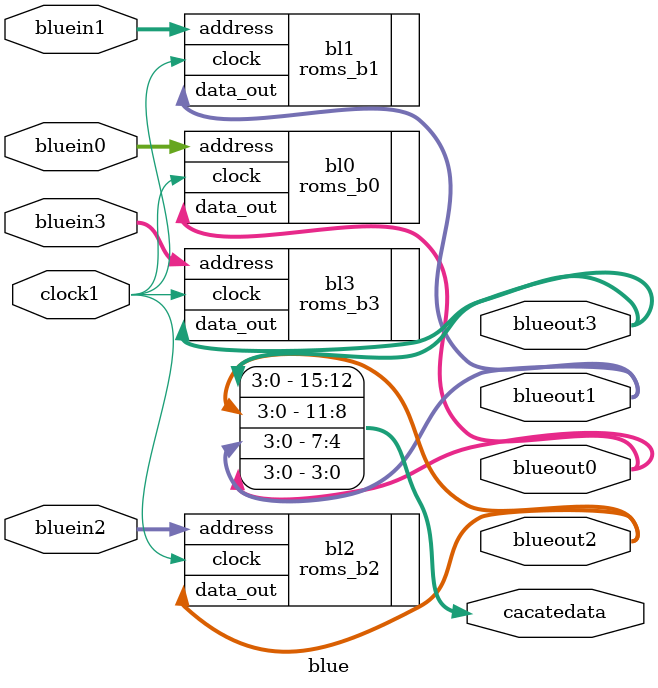
<source format=v>
module blue(
input [11:0] bluein3,
input [11:0] bluein2,
input [11:0] bluein1,
input [11:0] bluein0,
input clock1,
output [3:0] blueout3,
output [3:0] blueout2,
output [3:0] blueout1,
output [3:0] blueout0,
output [15:0] cacatedata
);

/*
);
always@(posedge clock)begin

reg[3:0] mem[0:16383]

redout0 <= #1 mem[redin0];//read stuff
redout1 <= #1 mem[redin1];
redout2 <= #1 mem[redin2];
redout3 <= #1 mem[redin3];
end
*/
assign cacatedata = {blueout3,blueout2,blueout1,blueout0};


roms_b0 bl0(.address(bluein0),.clock(clock1), .data_out(blueout0));
roms_b1 bl1(.address(bluein1),.clock(clock1), .data_out(blueout1));
roms_b2 bl2(.address(bluein2), .clock(clock1),.data_out(blueout2));
roms_b3 bl3(.address(bluein3), .clock(clock1),.data_out(blueout3));

endmodule

</source>
